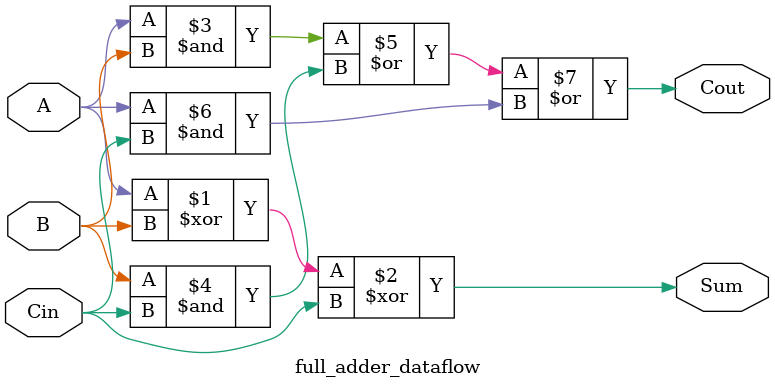
<source format=v>
module full_adder_dataflow(input A, B, Cin, output Sum, Cout);

  assign Sum  = A ^ B ^ Cin;
  assign Cout = (A & B) | (B & Cin) | (A & Cin);

endmodule


</source>
